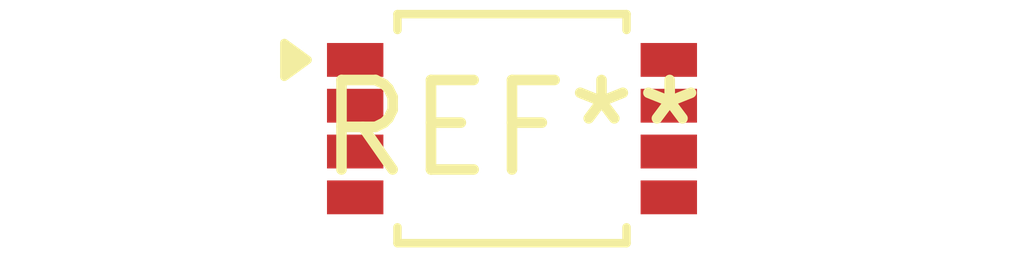
<source format=kicad_pcb>
(kicad_pcb (version 20240108) (generator pcbnew)
  (layers (0 "F.Cu" signal) (31 "B.Cu" signal) (34 "B.Paste" user) (35 "F.Paste" user) (36 "B.SilkS" user "B.Silkscreen") (37 "F.SilkS" user "F.Silkscreen") (38 "B.Mask" user) (39 "F.Mask" user) (44 "Edge.Cuts" user))
  (net 0 "")
  (footprint "OnSemi_Micro8" (layer "F.Cu") (at 0 0)
    (property "Reference" "REF**")
    (property "Value" "OnSemi_Micro8")
    (fp_line (start -1.625 -1.625) (end 1.625 -1.625) (layer "F.SilkS") (stroke (width 0.12)))
    (fp_line (start -1.625 -1.4) (end -1.625 -1.625) (layer "F.SilkS") (stroke (width 0.12)))
    (fp_line (start -1.625 1.625) (end -1.625 1.4) (layer "F.SilkS") (stroke (width 0.12)))
    (fp_line (start -1.625 1.625) (end 1.625 1.625) (layer "F.SilkS") (stroke (width 0.12)))
    (fp_line (start 1.625 -1.625) (end 1.625 -1.4) (layer "F.SilkS") (stroke (width 0.12)))
    (fp_line (start 1.625 1.625) (end 1.625 1.4) (layer "F.SilkS") (stroke (width 0.12)))
    (fp_poly (pts (xy -2.9 -0.975) (xy -3.23 -1.215) (xy -3.23 -0.735) (xy -2.9 -0.975)) (layer "F.SilkS") (stroke (width 0.12)) (fill solid))
    (pad "1" smd rect (at -2.225 -0.975) (size 0.8 0.48) (layers "F.Cu" "F.Paste" "F.Mask"))
    (pad "2" smd rect (at -2.225 -0.325) (size 0.8 0.48) (layers "F.Cu" "F.Paste" "F.Mask"))
    (pad "3" smd rect (at -2.225 0.325) (size 0.8 0.48) (layers "F.Cu" "F.Paste" "F.Mask"))
    (pad "4" smd rect (at -2.225 0.975) (size 0.8 0.48) (layers "F.Cu" "F.Paste" "F.Mask"))
    (pad "5" smd rect (at 2.225 0.975) (size 0.8 0.48) (layers "F.Cu" "F.Paste" "F.Mask"))
    (pad "6" smd rect (at 2.225 0.325) (size 0.8 0.48) (layers "F.Cu" "F.Paste" "F.Mask"))
    (pad "7" smd rect (at 2.225 -0.325) (size 0.8 0.48) (layers "F.Cu" "F.Paste" "F.Mask"))
    (pad "8" smd rect (at 2.225 -0.975) (size 0.8 0.48) (layers "F.Cu" "F.Paste" "F.Mask"))
  )
)
</source>
